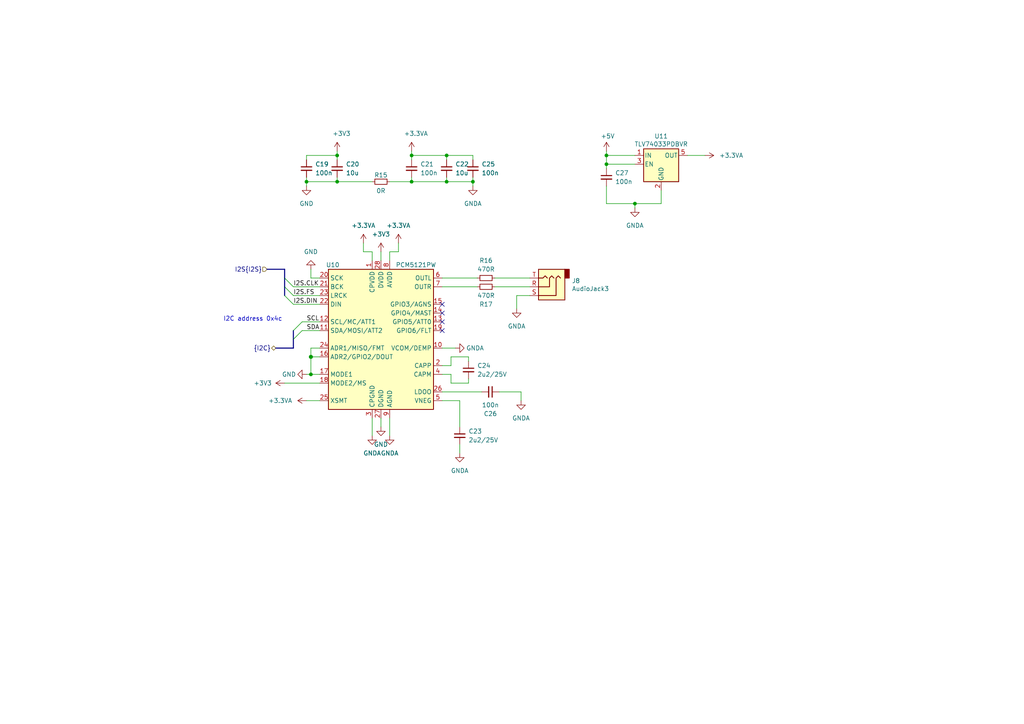
<source format=kicad_sch>
(kicad_sch (version 20210123) (generator eeschema)
  (paper "A4")
  (title_block (title "Audio") (date "2021-01-12") (rev "0.1") (company "Nabu Casa") (comment 1 "www.nabucasa.com") (comment 2 "Light Blue"))
  (lib_symbols
    (symbol "Audio:PCM5121PW"
      (property "Reference" "U" (at -13.97 21.59 0))
      (property "Value" "PCM5121PW" (at 10.16 21.59 0))
      (symbol "PCM5121PW_0_1"
        (rectangle (start -15.24 20.32) (end 15.24 -20.32) (stroke (width 0.254)) (fill (type background)))
      )
      (symbol "PCM5121PW_1_1"
        (pin power_in line (at -2.54 22.86 270) (length 2.54) (name "CPVDD") (number "1"))
        (pin bidirectional line (at 17.78 -2.54 180) (length 2.54) (name "VCOM/DEMP") (number "10"))
        (pin bidirectional line (at -17.78 2.54 0) (length 2.54) (name "SDA/MOSI/ATT2") (number "11"))
        (pin input line (at -17.78 5.08 0) (length 2.54) (name "SCL/MC/ATT1") (number "12"))
        (pin bidirectional line (at 17.78 5.08 180) (length 2.54) (name "GPIO5/ATT0") (number "13"))
        (pin bidirectional line (at 17.78 7.62 180) (length 2.54) (name "GPIO4/MAST") (number "14"))
        (pin bidirectional line (at 17.78 10.16 180) (length 2.54) (name "GPIO3/AGNS") (number "15"))
        (pin bidirectional line (at -17.78 -5.08 0) (length 2.54) (name "ADR2/GPIO2/DOUT") (number "16"))
        (pin input line (at -17.78 -10.16 0) (length 2.54) (name "MODE1") (number "17"))
        (pin input line (at -17.78 -12.7 0) (length 2.54) (name "MODE2/MS") (number "18"))
        (pin bidirectional line (at 17.78 2.54 180) (length 2.54) (name "GPIO6/FLT") (number "19"))
        (pin passive line (at 17.78 -7.62 180) (length 2.54) (name "CAPP") (number "2"))
        (pin input line (at -17.78 17.78 0) (length 2.54) (name "SCK") (number "20"))
        (pin bidirectional line (at -17.78 15.24 0) (length 2.54) (name "BCK") (number "21"))
        (pin input line (at -17.78 10.16 0) (length 2.54) (name "DIN") (number "22"))
        (pin bidirectional line (at -17.78 12.7 0) (length 2.54) (name "LRCK") (number "23"))
        (pin bidirectional line (at -17.78 -2.54 0) (length 2.54) (name "ADR1/MISO/FMT") (number "24"))
        (pin input line (at -17.78 -17.78 0) (length 2.54) (name "XSMT") (number "25"))
        (pin passive line (at 17.78 -15.24 180) (length 2.54) (name "LDOO") (number "26"))
        (pin power_in line (at 0 -22.86 90) (length 2.54) (name "DGND") (number "27"))
        (pin power_in line (at 0 22.86 270) (length 2.54) (name "DVDD") (number "28"))
        (pin power_in line (at -2.54 -22.86 90) (length 2.54) (name "CPGND") (number "3"))
        (pin passive line (at 17.78 -10.16 180) (length 2.54) (name "CAPM") (number "4"))
        (pin passive line (at 17.78 -17.78 180) (length 2.54) (name "VNEG") (number "5"))
        (pin output line (at 17.78 17.78 180) (length 2.54) (name "OUTL") (number "6"))
        (pin output line (at 17.78 15.24 180) (length 2.54) (name "OUTR") (number "7"))
        (pin power_in line (at 2.54 22.86 270) (length 2.54) (name "AVDD") (number "8"))
        (pin power_in line (at 2.54 -22.86 90) (length 2.54) (name "AGND") (number "9"))
      )
    )
    (symbol "Connector:AudioJack3"
      (property "Reference" "J" (at 0 8.89 0))
      (property "Value" "AudioJack3" (at 0 6.35 0))
      (symbol "AudioJack3_0_1"
        (rectangle (start -5.08 -5.08) (end -6.35 -2.54) (stroke (width 0.254)) (fill (type outline)))
        (rectangle (start 2.54 3.81) (end -5.08 -5.08) (stroke (width 0.254)) (fill (type background)))
        (polyline (pts (xy 0 -2.54) (xy 0.635 -3.175) (xy 1.27 -2.54) (xy 2.54 -2.54)) (stroke (width 0.254)))
        (polyline (pts (xy -1.905 -2.54) (xy -1.27 -3.175) (xy -0.635 -2.54) (xy -0.635 0) (xy 2.54 0)) (stroke (width 0.254)))
        (polyline (pts (xy 2.54 2.54) (xy -2.54 2.54) (xy -2.54 -2.54) (xy -3.175 -3.175) (xy -3.81 -2.54)) (stroke (width 0.254)))
      )
      (symbol "AudioJack3_1_1"
        (pin passive line (at 5.08 0 180) (length 2.54) (name "~") (number "R"))
        (pin passive line (at 5.08 2.54 180) (length 2.54) (name "~") (number "S"))
        (pin passive line (at 5.08 -2.54 180) (length 2.54) (name "~") (number "T"))
      )
    )
    (symbol "Device:C_Small" (pin_numbers hide) (pin_names (offset 0.254) hide)
      (property "Reference" "C" (at 0.254 1.778 0))
      (property "Value" "C_Small" (at 0.254 -2.032 0))
      (symbol "C_Small_0_1"
        (polyline (pts (xy -1.524 -0.508) (xy 1.524 -0.508)) (stroke (width 0.3302)))
        (polyline (pts (xy -1.524 0.508) (xy 1.524 0.508)) (stroke (width 0.3048)))
      )
      (symbol "C_Small_1_1"
        (pin passive line (at 0 2.54 270) (length 2.032) (name "~") (number "1"))
        (pin passive line (at 0 -2.54 90) (length 2.032) (name "~") (number "2"))
      )
    )
    (symbol "Device:R_Small" (pin_numbers hide) (pin_names (offset 0.254) hide)
      (property "Reference" "R" (at 0.762 0.508 0))
      (property "Value" "R_Small" (at 0.762 -1.016 0))
      (symbol "R_Small_0_1"
        (rectangle (start -0.762 1.778) (end 0.762 -1.778) (stroke (width 0.2032)))
      )
      (symbol "R_Small_1_1"
        (pin passive line (at 0 2.54 270) (length 0.762) (name "~") (number "1"))
        (pin passive line (at 0 -2.54 90) (length 0.762) (name "~") (number "2"))
      )
    )
    (symbol "Regulator_Linear:TLV73333PDBV" (pin_names (offset 0.254))
      (property "Reference" "U" (at -3.81 5.715 0))
      (property "Value" "TLV73333PDBV" (at 0 5.715 0))
      (symbol "TLV73333PDBV_0_1"
        (rectangle (start -5.08 4.445) (end 5.08 -5.08) (stroke (width 0.254)) (fill (type background)))
      )
      (symbol "TLV73333PDBV_1_1"
        (pin power_in line (at -7.62 2.54 0) (length 2.54) (name "IN") (number "1"))
        (pin power_in line (at 0 -7.62 90) (length 2.54) (name "GND") (number "2"))
        (pin input line (at -7.62 0 0) (length 2.54) (name "EN") (number "3"))
        (pin no_connect line (at 5.08 0 180) (length 2.54) hide (name "NC") (number "4"))
        (pin power_out line (at 7.62 2.54 180) (length 2.54) (name "OUT") (number "5"))
      )
    )
    (symbol "power:+3.3V" (power) (pin_names (offset 0))
      (property "Value" "+3.3V" (at 0 3.556 0))
      (symbol "+3.3V_0_1"
        (polyline (pts (xy -0.762 1.27) (xy 0 2.54)))
        (polyline (pts (xy 0 0) (xy 0 2.54)))
        (polyline (pts (xy 0 2.54) (xy 0.762 1.27)))
      )
      (symbol "+3.3V_1_1"
        (pin power_in line (at 0 0 90) (length 0) hide (name "+3V3") (number "1"))
      )
    )
    (symbol "power:+3.3VA" (power) (pin_names (offset 0))
      (property "Value" "+3.3VA" (at 0 3.556 0))
      (symbol "+3.3VA_0_1"
        (polyline (pts (xy -0.762 1.27) (xy 0 2.54)))
        (polyline (pts (xy 0 0) (xy 0 2.54)))
        (polyline (pts (xy 0 2.54) (xy 0.762 1.27)))
      )
      (symbol "+3.3VA_1_1"
        (pin power_in line (at 0 0 90) (length 0) hide (name "+3.3VA") (number "1"))
      )
    )
    (symbol "power:+5V" (power) (pin_names (offset 0))
      (property "Value" "+5V" (at 0 3.556 0))
      (symbol "+5V_0_1"
        (polyline (pts (xy -0.762 1.27) (xy 0 2.54)))
        (polyline (pts (xy 0 0) (xy 0 2.54)))
        (polyline (pts (xy 0 2.54) (xy 0.762 1.27)))
      )
      (symbol "+5V_1_1"
        (pin power_in line (at 0 0 90) (length 0) hide (name "+5V") (number "1"))
      )
    )
    (symbol "power:GND" (power) (pin_names (offset 0))
      (property "Value" "GND" (at 0 -3.81 0))
      (symbol "GND_0_1"
        (polyline (pts (xy 0 0) (xy 0 -1.27) (xy 1.27 -1.27) (xy 0 -2.54) (xy -1.27 -1.27) (xy 0 -1.27)))
      )
      (symbol "GND_1_1"
        (pin power_in line (at 0 0 270) (length 0) hide (name "GND") (number "1"))
      )
    )
    (symbol "power:GNDA" (power) (pin_names (offset 0))
      (property "Value" "GNDA" (at 0 -3.81 0))
      (symbol "GNDA_0_1"
        (polyline (pts (xy 0 0) (xy 0 -1.27) (xy 1.27 -1.27) (xy 0 -2.54) (xy -1.27 -1.27) (xy 0 -1.27)))
      )
      (symbol "GNDA_1_1"
        (pin power_in line (at 0 0 270) (length 0) hide (name "GNDA") (number "1"))
      )
    )
  )
  (bus_alias "I2S" (members "CLK" "FS" "DIN"))
  (junction (at 88.9 52.705) (diameter 0.9144))
  (junction (at 90.17 103.505) (diameter 1.016))
  (junction (at 90.17 108.585) (diameter 0.9144))
  (junction (at 97.79 45.085) (diameter 0.9144))
  (junction (at 97.79 52.705) (diameter 0.9144))
  (junction (at 119.38 45.085) (diameter 0.9144))
  (junction (at 119.38 52.705) (diameter 0.9144))
  (junction (at 129.54 45.085) (diameter 0.9144))
  (junction (at 129.54 52.705) (diameter 0.9144))
  (junction (at 137.16 52.705) (diameter 0.9144))
  (junction (at 175.895 45.085) (diameter 0.9144))
  (junction (at 175.895 47.625) (diameter 0.9144))
  (junction (at 184.15 59.055) (diameter 0.9144))
  (no_connect (at 128.27 88.265))
  (no_connect (at 128.27 90.805))
  (no_connect (at 128.27 93.345))
  (no_connect (at 128.27 95.885))
  (bus_entry (at 82.55 80.645) (size 2.54 2.54) (stroke (width 0.1524)))
  (bus_entry (at 82.55 83.185) (size 2.54 2.54) (stroke (width 0.1524)))
  (bus_entry (at 82.55 85.725) (size 2.54 2.54) (stroke (width 0.1524)))
  (bus_entry (at 85.09 95.885) (size 2.54 -2.54) (stroke (width 0.1524)))
  (bus_entry (at 85.09 98.425) (size 2.54 -2.54) (stroke (width 0.1524)))
  (wire (pts (xy 82.55 111.125) (xy 92.71 111.125)))
  (wire (pts (xy 85.09 83.185) (xy 92.71 83.185)))
  (wire (pts (xy 85.09 85.725) (xy 92.71 85.725)))
  (wire (pts (xy 85.09 88.265) (xy 92.71 88.265)))
  (wire (pts (xy 87.63 93.345) (xy 92.71 93.345)))
  (wire (pts (xy 87.63 95.885) (xy 92.71 95.885)))
  (wire (pts (xy 88.9 45.085) (xy 97.79 45.085)))
  (wire (pts (xy 88.9 46.355) (xy 88.9 45.085)))
  (wire (pts (xy 88.9 51.435) (xy 88.9 52.705)))
  (wire (pts (xy 88.9 52.705) (xy 88.9 53.975)))
  (wire (pts (xy 88.9 52.705) (xy 97.79 52.705)))
  (wire (pts (xy 88.9 108.585) (xy 90.17 108.585)))
  (wire (pts (xy 88.9 116.205) (xy 92.71 116.205)))
  (wire (pts (xy 90.17 78.105) (xy 90.17 80.645)))
  (wire (pts (xy 90.17 100.965) (xy 90.17 103.505)))
  (wire (pts (xy 90.17 103.505) (xy 90.17 108.585)))
  (wire (pts (xy 92.71 80.645) (xy 90.17 80.645)))
  (wire (pts (xy 92.71 100.965) (xy 90.17 100.965)))
  (wire (pts (xy 92.71 103.505) (xy 90.17 103.505)))
  (wire (pts (xy 92.71 108.585) (xy 90.17 108.585)))
  (wire (pts (xy 97.79 43.815) (xy 97.79 45.085)))
  (wire (pts (xy 97.79 45.085) (xy 97.79 46.355)))
  (wire (pts (xy 97.79 51.435) (xy 97.79 52.705)))
  (wire (pts (xy 97.79 52.705) (xy 107.95 52.705)))
  (wire (pts (xy 105.41 73.025) (xy 105.41 70.485)))
  (wire (pts (xy 107.95 73.025) (xy 105.41 73.025)))
  (wire (pts (xy 107.95 75.565) (xy 107.95 73.025)))
  (wire (pts (xy 107.95 121.285) (xy 107.95 126.365)))
  (wire (pts (xy 110.49 75.565) (xy 110.49 73.025)))
  (wire (pts (xy 110.49 121.285) (xy 110.49 123.825)))
  (wire (pts (xy 113.03 52.705) (xy 119.38 52.705)))
  (wire (pts (xy 113.03 73.025) (xy 115.57 73.025)))
  (wire (pts (xy 113.03 75.565) (xy 113.03 73.025)))
  (wire (pts (xy 113.03 121.285) (xy 113.03 126.365)))
  (wire (pts (xy 115.57 73.025) (xy 115.57 70.485)))
  (wire (pts (xy 119.38 43.815) (xy 119.38 45.085)))
  (wire (pts (xy 119.38 45.085) (xy 119.38 46.355)))
  (wire (pts (xy 119.38 45.085) (xy 129.54 45.085)))
  (wire (pts (xy 119.38 51.435) (xy 119.38 52.705)))
  (wire (pts (xy 119.38 52.705) (xy 129.54 52.705)))
  (wire (pts (xy 128.27 80.645) (xy 138.43 80.645)))
  (wire (pts (xy 128.27 83.185) (xy 138.43 83.185)))
  (wire (pts (xy 128.27 100.965) (xy 132.08 100.965)))
  (wire (pts (xy 128.27 106.045) (xy 130.81 106.045)))
  (wire (pts (xy 128.27 108.585) (xy 130.81 108.585)))
  (wire (pts (xy 128.27 113.665) (xy 139.7 113.665)))
  (wire (pts (xy 128.27 116.205) (xy 133.35 116.205)))
  (wire (pts (xy 129.54 45.085) (xy 129.54 46.355)))
  (wire (pts (xy 129.54 52.705) (xy 129.54 51.435)))
  (wire (pts (xy 129.54 52.705) (xy 137.16 52.705)))
  (wire (pts (xy 130.81 103.505) (xy 135.89 103.505)))
  (wire (pts (xy 130.81 106.045) (xy 130.81 103.505)))
  (wire (pts (xy 130.81 108.585) (xy 130.81 111.125)))
  (wire (pts (xy 130.81 111.125) (xy 135.89 111.125)))
  (wire (pts (xy 133.35 116.205) (xy 133.35 123.825)))
  (wire (pts (xy 133.35 128.905) (xy 133.35 131.445)))
  (wire (pts (xy 135.89 103.505) (xy 135.89 104.775)))
  (wire (pts (xy 135.89 111.125) (xy 135.89 109.855)))
  (wire (pts (xy 137.16 45.085) (xy 129.54 45.085)))
  (wire (pts (xy 137.16 46.355) (xy 137.16 45.085)))
  (wire (pts (xy 137.16 51.435) (xy 137.16 52.705)))
  (wire (pts (xy 137.16 52.705) (xy 137.16 53.975)))
  (wire (pts (xy 143.51 80.645) (xy 153.67 80.645)))
  (wire (pts (xy 143.51 83.185) (xy 153.67 83.185)))
  (wire (pts (xy 144.78 113.665) (xy 151.13 113.665)))
  (wire (pts (xy 149.86 85.725) (xy 149.86 89.535)))
  (wire (pts (xy 151.13 113.665) (xy 151.13 116.205)))
  (wire (pts (xy 153.67 85.725) (xy 149.86 85.725)))
  (wire (pts (xy 175.895 43.815) (xy 175.895 45.085)))
  (wire (pts (xy 175.895 45.085) (xy 175.895 47.625)))
  (wire (pts (xy 175.895 45.085) (xy 184.15 45.085)))
  (wire (pts (xy 175.895 47.625) (xy 175.895 48.895)))
  (wire (pts (xy 175.895 47.625) (xy 184.15 47.625)))
  (wire (pts (xy 175.895 53.975) (xy 175.895 59.055)))
  (wire (pts (xy 175.895 59.055) (xy 184.15 59.055)))
  (wire (pts (xy 184.15 59.055) (xy 184.15 60.325)))
  (wire (pts (xy 184.15 59.055) (xy 191.77 59.055)))
  (wire (pts (xy 191.77 59.055) (xy 191.77 55.245)))
  (wire (pts (xy 199.39 45.085) (xy 204.47 45.085)))
  (bus (pts (xy 77.47 78.105) (xy 82.55 78.105)))
  (bus (pts (xy 80.01 100.965) (xy 85.09 100.965)))
  (bus (pts (xy 82.55 78.105) (xy 82.55 80.645)))
  (bus (pts (xy 82.55 80.645) (xy 82.55 83.185)))
  (bus (pts (xy 82.55 83.185) (xy 82.55 85.725)))
  (bus (pts (xy 85.09 95.885) (xy 85.09 98.425)))
  (bus (pts (xy 85.09 98.425) (xy 85.09 100.965)))
  (text "I2C address 0x4c" (at 64.77 93.345 0) (effects (font (size 1.27 1.27)) (justify left bottom)))
  (label "I2S.CLK" (at 85.09 83.185 0))
  (label "I2S.FS" (at 85.09 85.725 0))
  (label "I2S.DIN" (at 85.09 88.265 0))
  (label "SCL" (at 88.9 93.345 0))
  (label "SDA" (at 88.9 95.885 0))
  (hierarchical_label "I2S{I2S}" (shape input) (at 77.47 78.105 180))
  (hierarchical_label "{I2C}" (shape bidirectional) (at 80.01 100.965 180))
  (symbol (lib_id "power:+3.3V") (at 82.55 111.125 90) (unit 1)
    (property "Reference" "#PWR0157" (effects hide))
    (property "Value" "+3.3V" (at 76.2 111.125 90))
  )
  (symbol (lib_id "power:+3.3VA") (at 88.9 116.205 90) (unit 1)
    (property "Reference" "#PWR0158" (effects hide))
    (property "Value" "+3.3VA" (at 81.28 116.205 90))
  )
  (symbol (lib_id "power:+3.3V") (at 97.79 43.815 0) (unit 1)
    (property "Reference" "#PWR0164" (effects hide))
    (property "Value" "+3.3V" (at 99.06 38.735 0))
  )
  (symbol (lib_id "power:+3.3VA") (at 105.41 70.485 0) (unit 1)
    (property "Reference" "#PWR0161" (effects hide))
    (property "Value" "+3.3VA" (at 105.41 65.405 0))
  )
  (symbol (lib_id "power:+3.3V") (at 110.49 73.025 0) (unit 1)
    (property "Reference" "#PWR0162" (effects hide))
    (property "Value" "+3.3V" (at 110.49 67.945 0))
  )
  (symbol (lib_id "power:+3.3VA") (at 115.57 70.485 0) (unit 1)
    (property "Reference" "#PWR0163" (effects hide))
    (property "Value" "+3.3VA" (at 115.57 65.405 0))
  )
  (symbol (lib_id "power:+3.3VA") (at 119.38 43.815 0) (unit 1)
    (property "Reference" "#PWR0165" (effects hide))
    (property "Value" "+3.3VA" (at 120.65 38.735 0))
  )
  (symbol (lib_id "power:+5V") (at 175.895 43.815 0) (unit 1)
    (property "Reference" "#PWR0175" (effects hide))
    (property "Value" "+5V" (at 176.2633 39.4906 0))
  )
  (symbol (lib_id "power:+3.3VA") (at 204.47 45.085 270) (unit 1)
    (property "Reference" "#PWR0178" (effects hide))
    (property "Value" "+3.3VA" (at 212.09 45.085 90))
  )
  (symbol (lib_id "power:GND") (at 88.9 53.975 0) (unit 1)
    (property "Reference" "#PWR0166" (effects hide))
    (property "Value" "GND" (at 88.9 59.055 0))
  )
  (symbol (lib_id "power:GND") (at 88.9 108.585 270) (unit 1)
    (property "Reference" "#PWR0159" (effects hide))
    (property "Value" "GND" (at 83.82 108.585 90))
  )
  (symbol (lib_id "power:GND") (at 90.17 78.105 180) (unit 1)
    (property "Reference" "#PWR0160" (effects hide))
    (property "Value" "GND" (at 90.17 73.025 0))
  )
  (symbol (lib_id "power:GNDA") (at 107.95 126.365 0) (unit 1)
    (property "Reference" "#PWR0168" (effects hide))
    (property "Value" "GNDA" (at 107.95 131.445 0))
  )
  (symbol (lib_id "power:GND") (at 110.49 123.825 0) (unit 1)
    (property "Reference" "#PWR0169" (effects hide))
    (property "Value" "GND" (at 110.49 128.905 0))
  )
  (symbol (lib_id "power:GNDA") (at 113.03 126.365 0) (unit 1)
    (property "Reference" "#PWR0170" (effects hide))
    (property "Value" "GNDA" (at 113.03 131.445 0))
  )
  (symbol (lib_id "power:GNDA") (at 132.08 100.965 90) (unit 1)
    (property "Reference" "#PWR0171" (effects hide))
    (property "Value" "GNDA" (at 137.795 100.965 90))
  )
  (symbol (lib_id "power:GNDA") (at 133.35 131.445 0) (unit 1)
    (property "Reference" "#PWR0172" (effects hide))
    (property "Value" "GNDA" (at 133.35 136.525 0))
  )
  (symbol (lib_id "power:GNDA") (at 137.16 53.975 0) (unit 1)
    (property "Reference" "#PWR0174" (effects hide))
    (property "Value" "GNDA" (at 137.16 59.055 0))
  )
  (symbol (lib_id "power:GNDA") (at 149.86 89.535 0) (unit 1)
    (property "Reference" "#PWR0167" (effects hide))
    (property "Value" "GNDA" (at 149.86 94.615 0))
  )
  (symbol (lib_id "power:GNDA") (at 151.13 116.205 0) (unit 1)
    (property "Reference" "#PWR0173" (effects hide))
    (property "Value" "GNDA" (at 151.13 121.285 0))
  )
  (symbol (lib_id "power:GNDA") (at 184.15 60.325 0) (unit 1)
    (property "Reference" "#PWR0176" (effects hide))
    (property "Value" "GNDA" (at 184.15 65.405 0))
  )
  (symbol (lib_id "Device:R_Small") (at 110.49 52.705 270) (unit 1)
    (property "Reference" "R15" (at 110.49 50.7938 90))
    (property "Value" "0R" (at 110.49 55.353 90))
    (property "Footprint" "Resistor_SMD:R_0402_1005Metric" (effects hide))
    (property "Config" "+Audio" (effects hide))
  )
  (symbol (lib_id "Device:R_Small") (at 140.97 80.645 90) (unit 1)
    (property "Reference" "R16" (at 140.97 75.565 90))
    (property "Value" "470R" (at 140.97 78.105 90))
    (property "Footprint" "Resistor_SMD:R_0402_1005Metric" (effects hide))
    (property "Config" "+Audio" (effects hide))
  )
  (symbol (lib_id "Device:R_Small") (at 140.97 83.185 90) (unit 1)
    (property "Reference" "R17" (at 140.97 88.265 90))
    (property "Value" "470R" (at 140.97 85.725 90))
    (property "Footprint" "Resistor_SMD:R_0402_1005Metric" (effects hide))
    (property "Config" "+Audio" (effects hide))
  )
  (symbol (lib_id "Device:C_Small") (at 88.9 48.895 0) (unit 1)
    (property "Reference" "C19" (at 91.44 47.625 0) (effects (justify left)))
    (property "Value" "100n" (at 91.44 50.165 0) (effects (justify left)))
    (property "Footprint" "Capacitor_SMD:C_0402_1005Metric" (effects hide))
    (property "Config" "+Audio" (effects hide))
  )
  (symbol (lib_id "Device:C_Small") (at 97.79 48.895 0) (unit 1)
    (property "Reference" "C20" (at 100.33 47.625 0) (effects (justify left)))
    (property "Value" "10u" (at 100.33 50.165 0) (effects (justify left)))
    (property "Footprint" "Capacitor_SMD:C_0805_2012Metric" (effects hide))
    (property "Config" "+Audio" (effects hide))
  )
  (symbol (lib_id "Device:C_Small") (at 119.38 48.895 0) (unit 1)
    (property "Reference" "C21" (at 121.92 47.625 0) (effects (justify left)))
    (property "Value" "100n" (at 121.92 50.165 0) (effects (justify left)))
    (property "Footprint" "Capacitor_SMD:C_0402_1005Metric" (effects hide))
    (property "Config" "+Audio" (effects hide))
  )
  (symbol (lib_id "Device:C_Small") (at 129.54 48.895 0) (unit 1)
    (property "Reference" "C22" (at 132.08 47.625 0) (effects (justify left)))
    (property "Value" "10u" (at 132.08 50.165 0) (effects (justify left)))
    (property "Footprint" "Capacitor_SMD:C_0805_2012Metric" (effects hide))
    (property "Config" "+Audio" (effects hide))
  )
  (symbol (lib_id "Device:C_Small") (at 133.35 126.365 0) (mirror y) (unit 1)
    (property "Reference" "C23" (at 135.89 125.095 0) (effects (justify right)))
    (property "Value" "2u2/25V" (at 135.89 127.635 0) (effects (justify right)))
    (property "Footprint" "Capacitor_SMD:C_0402_1005Metric" (effects hide))
    (property "Config" "+Audio" (effects hide))
  )
  (symbol (lib_id "Device:C_Small") (at 135.89 107.315 0) (unit 1)
    (property "Reference" "C24" (at 138.43 106.045 0) (effects (justify left)))
    (property "Value" "2u2/25V" (at 138.43 108.585 0) (effects (justify left)))
    (property "Footprint" "Capacitor_SMD:C_0402_1005Metric" (effects hide))
    (property "Config" "+Audio" (effects hide))
  )
  (symbol (lib_id "Device:C_Small") (at 137.16 48.895 0) (unit 1)
    (property "Reference" "C25" (at 139.7 47.625 0) (effects (justify left)))
    (property "Value" "100n" (at 139.7 50.165 0) (effects (justify left)))
    (property "Footprint" "Capacitor_SMD:C_0402_1005Metric" (effects hide))
    (property "Config" "+Audio" (effects hide))
  )
  (symbol (lib_id "Device:C_Small") (at 142.24 113.665 270) (unit 1)
    (property "Reference" "C26" (at 142.24 120.015 90))
    (property "Value" "100n" (at 142.24 117.475 90))
    (property "Footprint" "Capacitor_SMD:C_0402_1005Metric" (effects hide))
    (property "Config" "+Audio" (effects hide))
  )
  (symbol (lib_id "Device:C_Small") (at 175.895 51.435 0) (unit 1)
    (property "Reference" "C27" (at 178.435 50.165 0) (effects (justify left)))
    (property "Value" "100n" (at 178.435 52.705 0) (effects (justify left)))
    (property "Footprint" "Capacitor_SMD:C_0402_1005Metric" (effects hide))
  )
  (symbol (lib_id "Connector:AudioJack3") (at 158.75 83.185 180) (unit 1)
    (property "Reference" "J8" (at 165.8621 81.4514 0) (effects (justify right)))
    (property "Value" "AudioJack3" (at 165.8621 83.7501 0) (effects (justify right)))
    (property "Footprint" "LightBlue:Jack_3.5mm_CUI_SJ2-35953A-SMT_Horizontal" (effects hide))
    (property "Manufacturer" "CUI Devices" (effects hide))
    (property "PartNumber" "SJ2-35954A-SMT-TR" (effects hide))
    (property "Config" "+Audio" (effects hide))
  )
  (symbol (lib_id "Regulator_Linear:TLV73333PDBV") (at 191.77 47.625 0) (unit 1)
    (property "Reference" "U11" (at 191.77 39.5032 0))
    (property "Value" "TLV74033PDBVR" (at 191.77 41.8019 0))
    (property "Footprint" "Package_TO_SOT_SMD:SOT-23-5" (effects hide))
    (property "Datasheet" "https://media.digikey.com/pdf/Data%20Sheets/TDK%20PDFs/TLV740P_DS.pdf" (effects hide))
    (property "Manufacturer" "Texas Instruments" (effects hide))
    (property "PartNumber" "TLV74033PDBVR" (effects hide))
    (property "Config" "+Audio" (effects hide))
  )
  (symbol (lib_id "Audio:PCM5121PW") (at 110.49 98.425 0) (unit 1)
    (property "Reference" "U10" (at 96.52 76.835 0))
    (property "Value" "PCM5121PW" (at 120.65 76.835 0))
    (property "Footprint" "Package_SO:TSSOP-28_4.4x9.7mm_P0.65mm" (effects hide))
    (property "Datasheet" "http://www.ti.com/lit/ds/symlink/pcm5121.pdf" (effects hide))
    (property "Manufacturer" "Texas Instruments" (effects hide))
    (property "PartNumber" "PCM5121PWR" (effects hide))
    (property "Config" "+Audio" (effects hide))
  )
)
</source>
